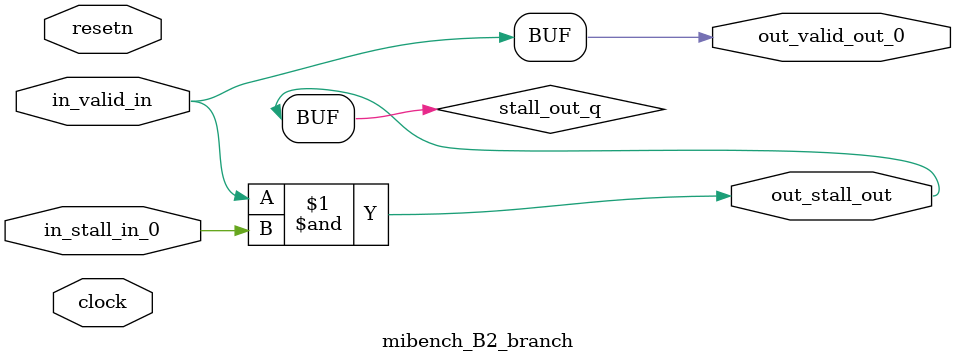
<source format=sv>



(* altera_attribute = "-name AUTO_SHIFT_REGISTER_RECOGNITION OFF; -name MESSAGE_DISABLE 10036; -name MESSAGE_DISABLE 10037; -name MESSAGE_DISABLE 14130; -name MESSAGE_DISABLE 14320; -name MESSAGE_DISABLE 15400; -name MESSAGE_DISABLE 14130; -name MESSAGE_DISABLE 10036; -name MESSAGE_DISABLE 12020; -name MESSAGE_DISABLE 12030; -name MESSAGE_DISABLE 12010; -name MESSAGE_DISABLE 12110; -name MESSAGE_DISABLE 14320; -name MESSAGE_DISABLE 13410; -name MESSAGE_DISABLE 113007; -name MESSAGE_DISABLE 10958" *)
module mibench_B2_branch (
    input wire [0:0] in_stall_in_0,
    input wire [0:0] in_valid_in,
    output wire [0:0] out_stall_out,
    output wire [0:0] out_valid_out_0,
    input wire clock,
    input wire resetn
    );

    wire [0:0] stall_out_q;


    // stall_out(LOGICAL,6)
    assign stall_out_q = in_valid_in & in_stall_in_0;

    // out_stall_out(GPOUT,4)
    assign out_stall_out = stall_out_q;

    // out_valid_out_0(GPOUT,5)
    assign out_valid_out_0 = in_valid_in;

endmodule

</source>
